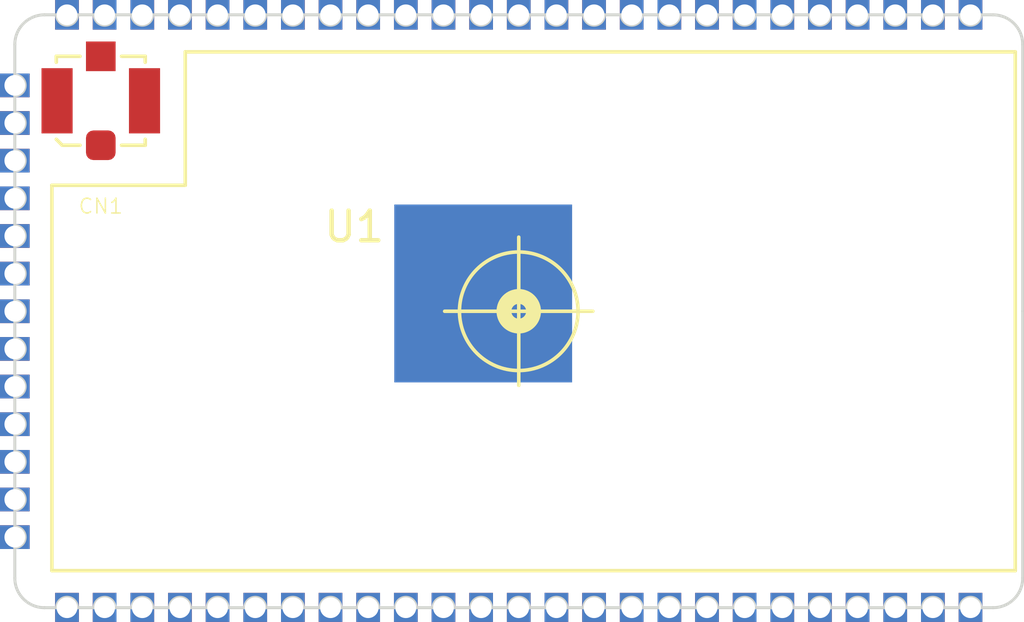
<source format=kicad_pcb>
(kicad_pcb (version 20171130) (host pcbnew 5.1.4-e60b266~84~ubuntu18.04.1)

  (general
    (thickness 0.7)
    (drawings 0)
    (tracks 0)
    (zones 0)
    (modules 2)
    (nets 1)
  )

  (page A4)
  (layers
    (0 F.Cu signal)
    (31 B.Cu signal)
    (32 B.Adhes user)
    (33 F.Adhes user)
    (34 B.Paste user)
    (35 F.Paste user)
    (36 B.SilkS user)
    (37 F.SilkS user)
    (38 B.Mask user)
    (39 F.Mask user)
    (40 Dwgs.User user)
    (41 Cmts.User user)
    (42 Eco1.User user)
    (43 Eco2.User user)
    (44 Edge.Cuts user)
    (45 Margin user)
    (46 B.CrtYd user)
    (47 F.CrtYd user)
    (48 B.Fab user)
    (49 F.Fab user)
  )

  (setup
    (last_trace_width 0.25)
    (trace_clearance 0.2)
    (zone_clearance 0.508)
    (zone_45_only no)
    (trace_min 0.2)
    (via_size 0.8)
    (via_drill 0.4)
    (via_min_size 0.4)
    (via_min_drill 0.3)
    (uvia_size 0.3)
    (uvia_drill 0.1)
    (uvias_allowed no)
    (uvia_min_size 0.2)
    (uvia_min_drill 0.1)
    (edge_width 0.05)
    (segment_width 0.2)
    (pcb_text_width 0.3)
    (pcb_text_size 1.5 1.5)
    (mod_edge_width 0.12)
    (mod_text_size 1 1)
    (mod_text_width 0.15)
    (pad_size 0.8 1)
    (pad_drill 0.7)
    (pad_to_mask_clearance 0.051)
    (solder_mask_min_width 0.25)
    (aux_axis_origin 0 0)
    (visible_elements FFFFFFFF)
    (pcbplotparams
      (layerselection 0x010fc_ffffffff)
      (usegerberextensions false)
      (usegerberattributes false)
      (usegerberadvancedattributes false)
      (creategerberjobfile false)
      (excludeedgelayer true)
      (linewidth 0.100000)
      (plotframeref false)
      (viasonmask false)
      (mode 1)
      (useauxorigin false)
      (hpglpennumber 1)
      (hpglpenspeed 20)
      (hpglpendiameter 15.000000)
      (psnegative false)
      (psa4output false)
      (plotreference true)
      (plotvalue true)
      (plotinvisibletext false)
      (padsonsilk false)
      (subtractmaskfromsilk false)
      (outputformat 1)
      (mirror false)
      (drillshape 1)
      (scaleselection 1)
      (outputdirectory ""))
  )

  (net 0 "")

  (net_class Default "This is the default net class."
    (clearance 0.2)
    (trace_width 0.25)
    (via_dia 0.8)
    (via_drill 0.4)
    (uvia_dia 0.3)
    (uvia_drill 0.1)
  )

  (module onion2s:onion2s (layer F.Cu) (tedit 5DBC9080) (tstamp 5DBD1961)
    (at 10 3)
    (fp_text reference U1 (at 11.45 -12.85) (layer F.SilkS)
      (effects (font (size 1 1) (thickness 0.15)))
    )
    (fp_text value onion2s (at 15.65 -6.45) (layer F.Fab) hide
      (effects (font (size 1 1) (thickness 0.15)))
    )
    (fp_circle (center 17 -10) (end 17.5 -10) (layer F.SilkS) (width 0.5))
    (fp_circle (center 17 -10) (end 15 -10) (layer F.SilkS) (width 0.12))
    (fp_line (start 17 -10) (end 17 -7.5) (layer F.SilkS) (width 0.12))
    (fp_line (start 17 -10) (end 19.5 -10) (layer F.SilkS) (width 0.12))
    (fp_line (start 17 -10) (end 14.5 -10) (layer F.SilkS) (width 0.12))
    (fp_line (start 17 -10) (end 17 -12.5) (layer F.SilkS) (width 0.12))
    (fp_line (start 33.75 -18.75) (end 5.75 -18.75) (layer F.SilkS) (width 0.12))
    (fp_line (start 33.75 -1.25) (end 33.75 -18.75) (layer F.SilkS) (width 0.12))
    (fp_line (start 1.25 -1.25) (end 33.75 -1.25) (layer F.SilkS) (width 0.12))
    (fp_line (start 1.25 -14.25) (end 1.25 -1.25) (layer F.SilkS) (width 0.12))
    (fp_line (start 3.950001 0) (end 3.38 0) (layer Edge.Cuts) (width 0.1))
    (fp_arc (start 4.3 0) (end 4.649999 0) (angle -180) (layer Edge.Cuts) (width 0.1))
    (fp_line (start 5.22 0) (end 4.649999 0) (layer Edge.Cuts) (width 0.1))
    (fp_arc (start 5.57 0) (end 5.92 0) (angle -180) (layer Edge.Cuts) (width 0.1))
    (fp_line (start 6.490001 0) (end 5.92 0) (layer Edge.Cuts) (width 0.1))
    (fp_arc (start 6.84 0) (end 7.189999 0) (angle -180) (layer Edge.Cuts) (width 0.1))
    (fp_line (start 7.759998 0) (end 7.189999 0) (layer Edge.Cuts) (width 0.1))
    (fp_arc (start 8.109999 0) (end 8.46 0) (angle -180) (layer Edge.Cuts) (width 0.1))
    (fp_line (start 9.03 0) (end 8.46 0) (layer Edge.Cuts) (width 0.1))
    (fp_arc (start 9.38 0) (end 9.73 0) (angle -180) (layer Edge.Cuts) (width 0.1))
    (fp_line (start 10.3 0) (end 9.73 0) (layer Edge.Cuts) (width 0.1))
    (fp_arc (start 10.65 0) (end 11 0) (angle -180) (layer Edge.Cuts) (width 0.1))
    (fp_line (start 11.57 0) (end 11 0) (layer Edge.Cuts) (width 0.1))
    (fp_arc (start 11.92 0) (end 12.27 0) (angle -180) (layer Edge.Cuts) (width 0.1))
    (fp_line (start 12.84 0) (end 12.27 0) (layer Edge.Cuts) (width 0.1))
    (fp_arc (start 13.19 0) (end 13.54 0) (angle -180) (layer Edge.Cuts) (width 0.1))
    (fp_line (start 14.110001 0) (end 13.54 0) (layer Edge.Cuts) (width 0.1))
    (fp_arc (start 14.46 0) (end 14.809999 0) (angle -180) (layer Edge.Cuts) (width 0.1))
    (fp_line (start 15.379999 0) (end 14.809999 0) (layer Edge.Cuts) (width 0.1))
    (fp_arc (start 15.729999 0) (end 16.079999 0) (angle -180) (layer Edge.Cuts) (width 0.1))
    (fp_line (start 16.65 0) (end 16.079999 0) (layer Edge.Cuts) (width 0.1))
    (fp_arc (start 17 0) (end 17.35 0) (angle -180) (layer Edge.Cuts) (width 0.1))
    (fp_line (start 17.92 0) (end 17.35 0) (layer Edge.Cuts) (width 0.1))
    (fp_arc (start 18.27 0) (end 18.62 0) (angle -180) (layer Edge.Cuts) (width 0.1))
    (fp_line (start 19.19 0) (end 18.62 0) (layer Edge.Cuts) (width 0.1))
    (fp_arc (start 19.54 0) (end 19.89 0) (angle -180) (layer Edge.Cuts) (width 0.1))
    (fp_line (start 20.46 0) (end 19.89 0) (layer Edge.Cuts) (width 0.1))
    (fp_arc (start 20.81 0) (end 21.16 0) (angle -180) (layer Edge.Cuts) (width 0.1))
    (fp_line (start 21.73 0) (end 21.16 0) (layer Edge.Cuts) (width 0.1))
    (fp_arc (start 22.08 0) (end 22.43 0) (angle -180) (layer Edge.Cuts) (width 0.1))
    (fp_line (start 22.999999 0) (end 22.43 0) (layer Edge.Cuts) (width 0.1))
    (fp_arc (start 23.349999 0) (end 23.699999 0) (angle -180) (layer Edge.Cuts) (width 0.1))
    (fp_line (start 24.269998 0) (end 23.699999 0) (layer Edge.Cuts) (width 0.1))
    (fp_arc (start 24.619999 0) (end 24.97 0) (angle -180) (layer Edge.Cuts) (width 0.1))
    (fp_line (start 25.539998 0) (end 24.97 0) (layer Edge.Cuts) (width 0.1))
    (fp_arc (start 25.889999 0) (end 26.24 0) (angle -180) (layer Edge.Cuts) (width 0.1))
    (fp_line (start 26.81 0) (end 26.24 0) (layer Edge.Cuts) (width 0.1))
    (fp_arc (start 27.16 0) (end 27.51 0) (angle -180) (layer Edge.Cuts) (width 0.1))
    (fp_line (start 28.08 0) (end 27.51 0) (layer Edge.Cuts) (width 0.1))
    (fp_arc (start 28.43 0) (end 28.78 0) (angle -180) (layer Edge.Cuts) (width 0.1))
    (fp_line (start 29.35 0) (end 28.78 0) (layer Edge.Cuts) (width 0.1))
    (fp_arc (start 29.7 0) (end 30.05 0) (angle -180) (layer Edge.Cuts) (width 0.1))
    (fp_line (start 30.62 0) (end 30.05 0) (layer Edge.Cuts) (width 0.1))
    (fp_arc (start 30.97 0) (end 31.32 0) (angle -180) (layer Edge.Cuts) (width 0.1))
    (fp_line (start 31.89 0) (end 31.32 0) (layer Edge.Cuts) (width 0.1))
    (fp_arc (start 32.24 0) (end 32.59 0) (angle -180) (layer Edge.Cuts) (width 0.1))
    (fp_line (start 33 0) (end 32.59 0) (layer Edge.Cuts) (width 0.1))
    (fp_arc (start 33 -0.999999) (end 33 0) (angle -90) (layer Edge.Cuts) (width 0.1))
    (fp_line (start 34 -10) (end 33.999999 -0.999999) (layer Edge.Cuts) (width 0.1))
    (fp_line (start 34 -19) (end 34 -10) (layer Edge.Cuts) (width 0.1))
    (fp_arc (start 32.999999 -18.999999) (end 34 -19) (angle -90) (layer Edge.Cuts) (width 0.1))
    (fp_line (start 32.59 -20) (end 32.999998 -20) (layer Edge.Cuts) (width 0.1))
    (fp_arc (start 32.24 -20) (end 31.89 -20) (angle -180) (layer Edge.Cuts) (width 0.1))
    (fp_line (start 31.320001 -20) (end 31.89 -20) (layer Edge.Cuts) (width 0.1))
    (fp_arc (start 30.97 -20) (end 30.619999 -20) (angle -180) (layer Edge.Cuts) (width 0.1))
    (fp_line (start 30.050001 -20) (end 30.619999 -20) (layer Edge.Cuts) (width 0.1))
    (fp_arc (start 29.7 -20) (end 29.349999 -20) (angle -180) (layer Edge.Cuts) (width 0.1))
    (fp_line (start 28.78 -20) (end 29.349999 -20) (layer Edge.Cuts) (width 0.1))
    (fp_arc (start 28.43 -20) (end 28.08 -20) (angle -180) (layer Edge.Cuts) (width 0.1))
    (fp_line (start 27.51 -20) (end 28.08 -20) (layer Edge.Cuts) (width 0.1))
    (fp_arc (start 27.16 -20) (end 26.81 -20) (angle -180) (layer Edge.Cuts) (width 0.1))
    (fp_line (start 26.239999 -20) (end 26.81 -20) (layer Edge.Cuts) (width 0.1))
    (fp_arc (start 25.889999 -20) (end 25.539999 -20) (angle -180) (layer Edge.Cuts) (width 0.1))
    (fp_line (start 24.969999 -20) (end 25.539999 -20) (layer Edge.Cuts) (width 0.1))
    (fp_arc (start 24.619999 -20) (end 24.269999 -20) (angle -180) (layer Edge.Cuts) (width 0.1))
    (fp_line (start 23.699999 -20) (end 24.269999 -20) (layer Edge.Cuts) (width 0.1))
    (fp_arc (start 23.349999 -20) (end 22.999999 -20) (angle -180) (layer Edge.Cuts) (width 0.1))
    (fp_line (start 22.430001 -20) (end 22.999999 -20) (layer Edge.Cuts) (width 0.1))
    (fp_arc (start 22.08 -20) (end 21.729999 -20) (angle -180) (layer Edge.Cuts) (width 0.1))
    (fp_line (start 21.160001 -20) (end 21.729999 -20) (layer Edge.Cuts) (width 0.1))
    (fp_arc (start 20.81 -20) (end 20.459999 -20) (angle -180) (layer Edge.Cuts) (width 0.1))
    (fp_line (start 19.890001 -20) (end 20.459999 -20) (layer Edge.Cuts) (width 0.1))
    (fp_arc (start 19.54 -20) (end 19.189999 -20) (angle -180) (layer Edge.Cuts) (width 0.1))
    (fp_line (start 18.62 -20) (end 19.189999 -20) (layer Edge.Cuts) (width 0.1))
    (fp_arc (start 18.27 -20) (end 17.92 -20) (angle -180) (layer Edge.Cuts) (width 0.1))
    (fp_line (start 17.35 -20) (end 17.92 -20) (layer Edge.Cuts) (width 0.1))
    (fp_arc (start 17 -20) (end 16.649999 -20) (angle -180) (layer Edge.Cuts) (width 0.1))
    (fp_line (start 16.079999 -20) (end 16.649999 -20) (layer Edge.Cuts) (width 0.1))
    (fp_arc (start 15.729999 -20) (end 15.379999 -20) (angle -180) (layer Edge.Cuts) (width 0.1))
    (fp_line (start 14.81 -20) (end 15.379999 -20) (layer Edge.Cuts) (width 0.1))
    (fp_arc (start 14.46 -20) (end 14.11 -20) (angle -180) (layer Edge.Cuts) (width 0.1))
    (fp_line (start 13.54 -20) (end 14.11 -20) (layer Edge.Cuts) (width 0.1))
    (fp_arc (start 13.19 -20) (end 12.84 -20) (angle -180) (layer Edge.Cuts) (width 0.1))
    (fp_line (start 12.27 -20) (end 12.84 -20) (layer Edge.Cuts) (width 0.1))
    (fp_arc (start 11.92 -20) (end 11.57 -20) (angle -180) (layer Edge.Cuts) (width 0.1))
    (fp_line (start 11 -20) (end 11.57 -20) (layer Edge.Cuts) (width 0.1))
    (fp_arc (start 10.65 -20) (end 10.3 -20) (angle -180) (layer Edge.Cuts) (width 0.1))
    (fp_line (start 9.73 -20) (end 10.3 -20) (layer Edge.Cuts) (width 0.1))
    (fp_arc (start 9.38 -20) (end 9.03 -20) (angle -180) (layer Edge.Cuts) (width 0.1))
    (fp_line (start 8.459998 -20) (end 9.03 -20) (layer Edge.Cuts) (width 0.1))
    (fp_arc (start 8.109999 -20) (end 7.76 -20) (angle -180) (layer Edge.Cuts) (width 0.1))
    (fp_line (start 7.19 -20) (end 7.76 -20) (layer Edge.Cuts) (width 0.1))
    (fp_arc (start 6.84 -20) (end 6.49 -20) (angle -180) (layer Edge.Cuts) (width 0.1))
    (fp_line (start 5.92 -20) (end 6.49 -20) (layer Edge.Cuts) (width 0.1))
    (fp_arc (start 5.57 -20) (end 5.22 -20) (angle -180) (layer Edge.Cuts) (width 0.1))
    (fp_line (start 4.650001 -20) (end 5.22 -20) (layer Edge.Cuts) (width 0.1))
    (fp_arc (start 4.3 -20) (end 3.949999 -20) (angle -180) (layer Edge.Cuts) (width 0.1))
    (fp_line (start 3.380001 -20) (end 3.949999 -20) (layer Edge.Cuts) (width 0.1))
    (fp_arc (start 3.03 -20) (end 2.679999 -20) (angle -180) (layer Edge.Cuts) (width 0.1))
    (fp_line (start 2.11 -20) (end 2.679999 -20) (layer Edge.Cuts) (width 0.1))
    (fp_arc (start 1.76 -20) (end 1.41 -20) (angle -180) (layer Edge.Cuts) (width 0.1))
    (fp_line (start 1 -20) (end 1.41 -20) (layer Edge.Cuts) (width 0.1))
    (fp_arc (start 1 -19) (end 1 -20) (angle -90) (layer Edge.Cuts) (width 0.1))
    (fp_line (start 0 -17.97) (end 0 -19) (layer Edge.Cuts) (width 0.1))
    (fp_arc (start 0 -17.62) (end 0 -17.27) (angle -180) (layer Edge.Cuts) (width 0.1))
    (fp_line (start 0 -16.7) (end 0 -17.27) (layer Edge.Cuts) (width 0.1))
    (fp_arc (start 0 -16.35) (end 0 -16) (angle -180) (layer Edge.Cuts) (width 0.1))
    (fp_line (start 0 -15.43) (end 0 -16) (layer Edge.Cuts) (width 0.1))
    (fp_arc (start 0 -15.08) (end 0 -14.73) (angle -180) (layer Edge.Cuts) (width 0.1))
    (fp_line (start 0 -14.159999) (end 0 -14.73) (layer Edge.Cuts) (width 0.1))
    (fp_arc (start 0 -13.809999) (end 0 -13.459999) (angle -180) (layer Edge.Cuts) (width 0.1))
    (fp_line (start 0 -12.89) (end 0 -13.459999) (layer Edge.Cuts) (width 0.1))
    (fp_arc (start 0 -12.54) (end 0 -12.19) (angle -180) (layer Edge.Cuts) (width 0.1))
    (fp_line (start 0 -11.62) (end 0 -12.19) (layer Edge.Cuts) (width 0.1))
    (fp_arc (start 0 -11.27) (end 0 -10.92) (angle -180) (layer Edge.Cuts) (width 0.1))
    (fp_line (start 0 -10.35) (end 0 -10.92) (layer Edge.Cuts) (width 0.1))
    (fp_arc (start 0 -10) (end 0 -9.65) (angle -180) (layer Edge.Cuts) (width 0.1))
    (fp_line (start 0 -9.08) (end 0 -9.65) (layer Edge.Cuts) (width 0.1))
    (fp_arc (start 0 -8.73) (end 0 -8.38) (angle -180) (layer Edge.Cuts) (width 0.1))
    (fp_line (start 0 -7.809999) (end 0 -8.38) (layer Edge.Cuts) (width 0.1))
    (fp_arc (start 0 -7.459999) (end 0 -7.109999) (angle -180) (layer Edge.Cuts) (width 0.1))
    (fp_line (start 0 -6.539998) (end 0 -7.109999) (layer Edge.Cuts) (width 0.1))
    (fp_arc (start 0 -6.189999) (end 0 -5.84) (angle -180) (layer Edge.Cuts) (width 0.1))
    (fp_line (start 0 -5.27) (end 0 -5.84) (layer Edge.Cuts) (width 0.1))
    (fp_arc (start 0 -4.92) (end 0 -4.57) (angle -180) (layer Edge.Cuts) (width 0.1))
    (fp_line (start 0 -4) (end 0 -4.57) (layer Edge.Cuts) (width 0.1))
    (fp_arc (start 0 -3.65) (end 0 -3.3) (angle -180) (layer Edge.Cuts) (width 0.1))
    (fp_line (start 0 -2.73) (end 0 -3.3) (layer Edge.Cuts) (width 0.1))
    (fp_arc (start 0 -2.38) (end 0 -2.029999) (angle -180) (layer Edge.Cuts) (width 0.1))
    (fp_line (start 0 -1) (end 0 -2.029999) (layer Edge.Cuts) (width 0.1))
    (fp_arc (start 1 -1) (end 0 -1) (angle -90) (layer Edge.Cuts) (width 0.1))
    (fp_line (start 1.41 0) (end 1 0) (layer Edge.Cuts) (width 0.1))
    (fp_arc (start 1.76 0) (end 2.11 0) (angle -180) (layer Edge.Cuts) (width 0.1))
    (fp_line (start 2.68 0) (end 2.11 0) (layer Edge.Cuts) (width 0.1))
    (fp_arc (start 3.03 0) (end 3.38 0) (angle -180) (layer Edge.Cuts) (width 0.1))
    (fp_line (start 1.25 -14.25) (end 5.75 -14.25) (layer F.SilkS) (width 0.12))
    (fp_line (start 5.75 -14.25) (end 5.75 -18.75) (layer F.SilkS) (width 0.12))
    (pad 1 thru_hole rect (at 32.24 -20) (size 0.8 1) (drill 0.7) (layers *.Cu *.Mask))
    (pad 2 thru_hole rect (at 30.97 -20) (size 0.8 1) (drill 0.7) (layers *.Cu *.Mask))
    (pad 3 thru_hole rect (at 29.7 -20) (size 0.8 1) (drill 0.7) (layers *.Cu *.Mask))
    (pad 4 thru_hole rect (at 28.43 -20) (size 0.8 1) (drill 0.7) (layers *.Cu *.Mask))
    (pad 5 thru_hole rect (at 27.16 -20) (size 0.8 1) (drill 0.7) (layers *.Cu *.Mask))
    (pad 6 thru_hole rect (at 25.89 -20) (size 0.8 1) (drill 0.7) (layers *.Cu *.Mask))
    (pad 7 thru_hole rect (at 24.62 -20) (size 0.8 1) (drill 0.7) (layers *.Cu *.Mask))
    (pad 8 thru_hole rect (at 23.35 -20) (size 0.8 1) (drill 0.7) (layers *.Cu *.Mask))
    (pad 9 thru_hole rect (at 22.08 -20) (size 0.8 1) (drill 0.7) (layers *.Cu *.Mask))
    (pad 10 thru_hole rect (at 20.81 -20) (size 0.8 1) (drill 0.7) (layers *.Cu *.Mask))
    (pad 11 thru_hole rect (at 19.54 -20) (size 0.8 1) (drill 0.7) (layers *.Cu *.Mask))
    (pad 12 thru_hole rect (at 18.27 -20) (size 0.8 1) (drill 0.7) (layers *.Cu *.Mask))
    (pad 13 thru_hole rect (at 17 -20) (size 0.8 1) (drill 0.7) (layers *.Cu *.Mask))
    (pad 14 thru_hole rect (at 15.73 -20) (size 0.8 1) (drill 0.7) (layers *.Cu *.Mask))
    (pad 15 thru_hole rect (at 14.46 -20) (size 0.8 1) (drill 0.7) (layers *.Cu *.Mask))
    (pad 16 thru_hole rect (at 13.19 -20) (size 0.8 1) (drill 0.7) (layers *.Cu *.Mask))
    (pad 17 thru_hole rect (at 11.92 -20) (size 0.8 1) (drill 0.7) (layers *.Cu *.Mask))
    (pad 18 thru_hole rect (at 10.65 -20) (size 0.8 1) (drill 0.7) (layers *.Cu *.Mask))
    (pad 19 thru_hole rect (at 9.38 -20) (size 0.8 1) (drill 0.7) (layers *.Cu *.Mask))
    (pad 20 thru_hole rect (at 8.11 -20) (size 0.8 1) (drill 0.7) (layers *.Cu *.Mask))
    (pad 21 thru_hole rect (at 6.84 -20) (size 0.8 1) (drill 0.7) (layers *.Cu *.Mask))
    (pad 22 thru_hole rect (at 5.57 -20) (size 0.8 1) (drill 0.7) (layers *.Cu *.Mask))
    (pad 23 thru_hole rect (at 4.3 -20) (size 0.8 1) (drill 0.7) (layers *.Cu *.Mask))
    (pad 24 thru_hole rect (at 3.03 -20) (size 0.8 1) (drill 0.7) (layers *.Cu *.Mask))
    (pad 25 thru_hole rect (at 1.76 -20) (size 0.8 1) (drill 0.7) (layers *.Cu *.Mask))
    (pad 26 thru_hole rect (at 0 -17.62 90) (size 0.8 1) (drill 0.7) (layers *.Cu *.Mask))
    (pad 27 thru_hole rect (at 0 -16.35 90) (size 0.8 1) (drill 0.7) (layers *.Cu *.Mask))
    (pad 28 thru_hole rect (at 0 -15.08 90) (size 0.8 1) (drill 0.7) (layers *.Cu *.Mask))
    (pad 29 thru_hole rect (at 0 -13.81 90) (size 0.8 1) (drill 0.7) (layers *.Cu *.Mask))
    (pad 30 thru_hole rect (at 0 -12.54 90) (size 0.8 1) (drill 0.7) (layers *.Cu *.Mask))
    (pad 31 thru_hole rect (at 0 -11.27 90) (size 0.8 1) (drill 0.7) (layers *.Cu *.Mask))
    (pad 32 thru_hole rect (at 0 -10 90) (size 0.8 1) (drill 0.7) (layers *.Cu *.Mask))
    (pad 33 thru_hole rect (at 0 -8.73 90) (size 0.8 1) (drill 0.7) (layers *.Cu *.Mask))
    (pad 34 thru_hole rect (at 0 -7.46 90) (size 0.8 1) (drill 0.7) (layers *.Cu *.Mask))
    (pad 35 thru_hole rect (at 0 -6.19 90) (size 0.8 1) (drill 0.7) (layers *.Cu *.Mask))
    (pad 36 thru_hole rect (at 0 -4.92 90) (size 0.8 1) (drill 0.7) (layers *.Cu *.Mask))
    (pad 37 thru_hole rect (at 0 -3.65 90) (size 0.8 1) (drill 0.7) (layers *.Cu *.Mask))
    (pad 38 thru_hole rect (at 0 -2.38 90) (size 0.8 1) (drill 0.7) (layers *.Cu *.Mask))
    (pad 39 thru_hole rect (at 1.76 0) (size 0.8 1) (drill 0.7) (layers *.Cu *.Mask))
    (pad 40 thru_hole rect (at 3.03 0) (size 0.8 1) (drill 0.7) (layers *.Cu *.Mask))
    (pad 41 thru_hole rect (at 4.3 0) (size 0.8 1) (drill 0.7) (layers *.Cu *.Mask))
    (pad 42 thru_hole rect (at 5.57 0) (size 0.8 1) (drill 0.7) (layers *.Cu *.Mask))
    (pad 43 thru_hole rect (at 6.84 0) (size 0.8 1) (drill 0.7) (layers *.Cu *.Mask))
    (pad 44 thru_hole rect (at 8.11 0) (size 0.8 1) (drill 0.7) (layers *.Cu *.Mask))
    (pad 45 thru_hole rect (at 9.38 0) (size 0.8 1) (drill 0.7) (layers *.Cu *.Mask))
    (pad 46 thru_hole rect (at 10.65 0) (size 0.8 1) (drill 0.7) (layers *.Cu *.Mask))
    (pad 47 thru_hole rect (at 11.92 0) (size 0.8 1) (drill 0.7) (layers *.Cu *.Mask))
    (pad 48 thru_hole rect (at 13.19 0) (size 0.8 1) (drill 0.7) (layers *.Cu *.Mask))
    (pad 49 thru_hole rect (at 14.46 0) (size 0.8 1) (drill 0.7) (layers *.Cu *.Mask))
    (pad 50 thru_hole rect (at 15.73 0) (size 0.8 1) (drill 0.7) (layers *.Cu *.Mask))
    (pad 51 thru_hole rect (at 17 0) (size 0.8 1) (drill 0.7) (layers *.Cu *.Mask))
    (pad 52 thru_hole rect (at 18.27 0) (size 0.8 1) (drill 0.7) (layers *.Cu *.Mask))
    (pad 53 thru_hole rect (at 19.54 0) (size 0.8 1) (drill 0.7) (layers *.Cu *.Mask))
    (pad 54 thru_hole rect (at 20.81 0) (size 0.8 1) (drill 0.7) (layers *.Cu *.Mask))
    (pad 55 thru_hole rect (at 22.08 0) (size 0.8 1) (drill 0.7) (layers *.Cu *.Mask))
    (pad 56 thru_hole rect (at 23.35 0) (size 0.8 1) (drill 0.7) (layers *.Cu *.Mask))
    (pad 57 thru_hole rect (at 24.62 0) (size 0.8 1) (drill 0.7) (layers *.Cu *.Mask))
    (pad 58 thru_hole rect (at 25.89 0) (size 0.8 1) (drill 0.7) (layers *.Cu *.Mask))
    (pad 59 thru_hole rect (at 27.16 0) (size 0.8 1) (drill 0.7) (layers *.Cu *.Mask))
    (pad 60 thru_hole rect (at 28.43 0) (size 0.8 1) (drill 0.7) (layers *.Cu *.Mask))
    (pad 61 thru_hole rect (at 29.7 0) (size 0.8 1) (drill 0.7) (layers *.Cu *.Mask))
    (pad 62 thru_hole rect (at 30.97 0) (size 0.8 1) (drill 0.7) (layers *.Cu *.Mask))
    (pad 63 thru_hole rect (at 32.24 0) (size 0.8 1) (drill 0.7) (layers *.Cu *.Mask))
    (pad 64 smd rect (at 15.8 -10.6) (size 6 6) (layers B.Cu B.Paste B.Mask))
    (model ${KIPRJMOD}/omega2s_rf_cover.step
      (at (xyz 0 0 0))
      (scale (xyz 1 1 1))
      (rotate (xyz 0 0 0))
    )
  )

  (module onion2s:Molex_Microcoaxial_RF (layer F.Cu) (tedit 5AE9FB47) (tstamp 5DBD075D)
    (at 12.9 -14.1)
    (descr "Molex Microcoaxial RF, mates Hirose U.FL, http://www.molex.com/pdm_docs/sd/734120110_sd.pdf")
    (tags "mcrf hirose ufl u.fl microcoaxial")
    (attr smd)
    (fp_text reference CN1 (at 0 3.556) (layer F.SilkS)
      (effects (font (size 0.5 0.5) (thickness 0.05)))
    )
    (fp_text value Conn_GPS (at 3 4.9) (layer F.Fab) hide
      (effects (font (size 1 1) (thickness 0.15)))
    )
    (fp_circle (center 0 0) (end 0 0.05) (layer F.Fab) (width 0.1))
    (fp_circle (center 0 0) (end 0 0.125) (layer F.Fab) (width 0.1))
    (fp_line (start -0.7 1.5) (end -1.3 1.5) (layer F.SilkS) (width 0.12))
    (fp_line (start -1.3 1.5) (end -1.5 1.3) (layer F.SilkS) (width 0.12))
    (fp_line (start 1.5 1.3) (end 1.5 1.5) (layer F.SilkS) (width 0.12))
    (fp_line (start 1.5 1.5) (end 0.7 1.5) (layer F.SilkS) (width 0.12))
    (fp_line (start 0.7 -1.5) (end 1.5 -1.5) (layer F.SilkS) (width 0.12))
    (fp_line (start 1.5 -1.5) (end 1.5 -1.3) (layer F.SilkS) (width 0.12))
    (fp_line (start -1.5 -1.3) (end -1.5 -1.5) (layer F.SilkS) (width 0.12))
    (fp_line (start -1.5 -1.5) (end -0.7 -1.5) (layer F.SilkS) (width 0.12))
    (fp_circle (center 0 0) (end 1 0) (layer F.Fab) (width 0.1))
    (fp_line (start -1.3 -1.3) (end 1.3 -1.3) (layer F.Fab) (width 0.1))
    (fp_line (start -1.3 -1.3) (end -1.3 1) (layer F.Fab) (width 0.1))
    (fp_line (start -1.3 1) (end -1 1.3) (layer F.Fab) (width 0.1))
    (fp_line (start 1.3 -1.3) (end 1.3 1.3) (layer F.Fab) (width 0.1))
    (fp_line (start -2.5 -2.5) (end -2.5 2.5) (layer F.CrtYd) (width 0.05))
    (fp_line (start -2.5 2.5) (end 2.5 2.5) (layer F.CrtYd) (width 0.05))
    (fp_line (start 2.5 2.5) (end 2.5 -2.5) (layer F.CrtYd) (width 0.05))
    (fp_line (start 2.5 -2.5) (end -2.5 -2.5) (layer F.CrtYd) (width 0.05))
    (fp_line (start -1 1.3) (end 1.3 1.3) (layer F.Fab) (width 0.1))
    (fp_circle (center 0 0) (end 0 0.2) (layer F.Fab) (width 0.1))
    (pad 2 smd rect (at -1.475 0) (size 1.05 2.2) (layers F.Cu F.Paste F.Mask))
    (pad 2 smd rect (at 1.475 0) (size 1.05 2.2) (layers F.Cu F.Paste F.Mask))
    (pad 2 smd rect (at 0 -1.5) (size 1 1) (layers F.Cu F.Paste F.Mask))
    (pad 1 smd roundrect (at 0 1.5) (size 1 1) (layers F.Cu F.Paste F.Mask) (roundrect_rratio 0.25))
    (model ${KIPRJMOD}/3d_modules/conn_rf_uFL_3450020P1.wrl
      (at (xyz 0 0 0))
      (scale (xyz 1 1 1))
      (rotate (xyz 0 0 0))
    )
    (model /home/anool/projects-git/MC60/kicad/3d_modules/conn_rf_uFL_3450020P1.wrl
      (at (xyz 0 0 0))
      (scale (xyz 1 1 1))
      (rotate (xyz 0 0 0))
    )
  )

)

</source>
